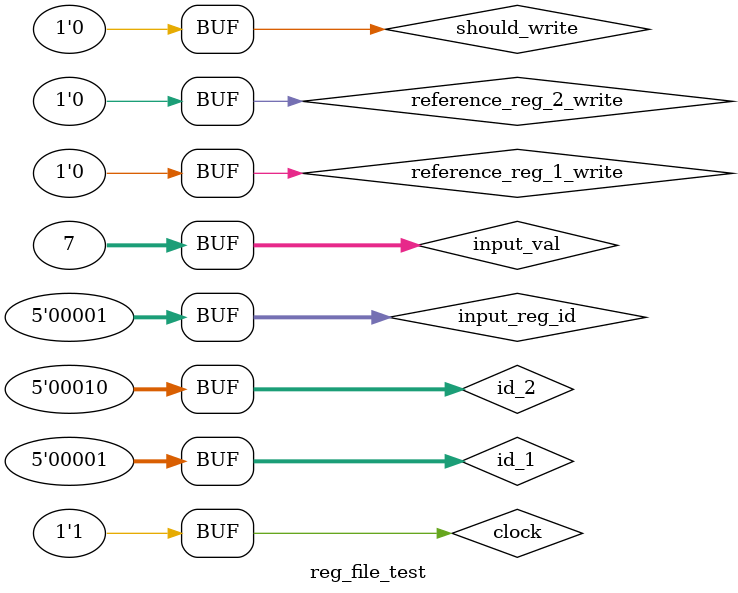
<source format=v>



`include "../reg_file.v"
`include "../../register/register.v"

`define REG_ID_1 1
`define REG_ID_2 2

module reg_file_test();

	reg clock;
	reg should_write;
	reg [31:0] input_val;
	reg [4:0] input_reg_id;

	wire [31:0] output_1;
	wire [31:0] output_2;

	wire reference_reg_1_write;
	wire reference_reg_2_write;
	wire [31:0] reference_output_1;
	wire [31:0] reference_output_2;

	assign reference_reg_1_write = (input_reg_id == `REG_ID_1) && should_write;
	assign reference_reg_2_write = (input_reg_id == `REG_ID_2) && should_write;

	initial begin
		$dumpfile("reg_file_test.dump");
		$dumpvars;
		input_val = 5;
		should_write = 0;
		input_reg_id = `REG_ID_1;
		clock = 0;

		#1 clock = 1;
		#1 clock = 0;
		#1 clock = 1;
		#1 clock = 0;
		should_write = 1;
		#1 clock = 1;
		#1 clock = 0;
		#1 clock = 1;
		#1 clock = 0;
		// Test that output values only change on clock edges.
		input_val = 30;
		should_write = 0;
		#1 clock = 1;
		should_write = 1;
		#1 clock = 0;
		input_val = 29;
		input_reg_id = `REG_ID_2;
		#1 clock = 1;
		input_val = 4;
		#1 clock = 0;
		input_val = 10;
		input_reg_id = `REG_ID_1;;
		#1 clock = 1;
		should_write = 0;
		input_val = 7;
		#1 clock = 0;
		#1 clock = 1;
		#1 clock = 0;
		#1 clock = 1;

	end
	
	reg [4:0] id_1 = `REG_ID_1;
	reg [4:0] id_2 = `REG_ID_2;
	reg_file test(clock, id_1, id_2, should_write, input_reg_id,
			input_val, output_1, output_2);
	
	register ref1(clock, reference_reg_1_write, input_val, reference_output_1);
	register reg2(clock, reference_reg_2_write, input_val, reference_output_2);

	// Note: using @(*) tests to ensure that both register outputs are
	// synchronized with each other, using nonblocking assignments.
	always @(*) begin
		if (output_1 != reference_output_1) begin
			//$write($time, ": reg_file is behaving unexpectedly. See dumpfile.");
		end

		if (output_2 != reference_output_2) begin
			$write($time, ": reg_file is behaving unexpectedly. See dumpfile.");
		end
	end

endmodule






</source>
